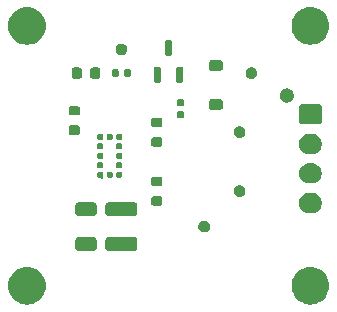
<source format=gts>
%TF.GenerationSoftware,KiCad,Pcbnew,8.0.2*%
%TF.CreationDate,2024-12-26T16:13:32-05:00*%
%TF.ProjectId,TOF Sensor,544f4620-5365-46e7-936f-722e6b696361,rev?*%
%TF.SameCoordinates,Original*%
%TF.FileFunction,Soldermask,Top*%
%TF.FilePolarity,Negative*%
%FSLAX46Y46*%
G04 Gerber Fmt 4.6, Leading zero omitted, Abs format (unit mm)*
G04 Created by KiCad (PCBNEW 8.0.2) date 2024-12-26 16:13:32*
%MOMM*%
%LPD*%
G01*
G04 APERTURE LIST*
G04 APERTURE END LIST*
G36*
X106250295Y-64419699D02*
G01*
X106494427Y-64478310D01*
X106726385Y-64574390D01*
X106940456Y-64705573D01*
X107131371Y-64868629D01*
X107294427Y-65059544D01*
X107425610Y-65273615D01*
X107521690Y-65505573D01*
X107580301Y-65749705D01*
X107600000Y-66000000D01*
X107580301Y-66250295D01*
X107521690Y-66494427D01*
X107425610Y-66726385D01*
X107294427Y-66940456D01*
X107131371Y-67131371D01*
X106940456Y-67294427D01*
X106726385Y-67425610D01*
X106494427Y-67521690D01*
X106250295Y-67580301D01*
X106000000Y-67600000D01*
X105749705Y-67580301D01*
X105505573Y-67521690D01*
X105273615Y-67425610D01*
X105059544Y-67294427D01*
X104868629Y-67131371D01*
X104705573Y-66940456D01*
X104574390Y-66726385D01*
X104478310Y-66494427D01*
X104419699Y-66250295D01*
X104400000Y-66000000D01*
X104419699Y-65749705D01*
X104478310Y-65505573D01*
X104574390Y-65273615D01*
X104705573Y-65059544D01*
X104868629Y-64868629D01*
X105059544Y-64705573D01*
X105273615Y-64574390D01*
X105505573Y-64478310D01*
X105749705Y-64419699D01*
X106000000Y-64400000D01*
X106250295Y-64419699D01*
G37*
G36*
X130250295Y-64419699D02*
G01*
X130494427Y-64478310D01*
X130726385Y-64574390D01*
X130940456Y-64705573D01*
X131131371Y-64868629D01*
X131294427Y-65059544D01*
X131425610Y-65273615D01*
X131521690Y-65505573D01*
X131580301Y-65749705D01*
X131600000Y-66000000D01*
X131580301Y-66250295D01*
X131521690Y-66494427D01*
X131425610Y-66726385D01*
X131294427Y-66940456D01*
X131131371Y-67131371D01*
X130940456Y-67294427D01*
X130726385Y-67425610D01*
X130494427Y-67521690D01*
X130250295Y-67580301D01*
X130000000Y-67600000D01*
X129749705Y-67580301D01*
X129505573Y-67521690D01*
X129273615Y-67425610D01*
X129059544Y-67294427D01*
X128868629Y-67131371D01*
X128705573Y-66940456D01*
X128574390Y-66726385D01*
X128478310Y-66494427D01*
X128419699Y-66250295D01*
X128400000Y-66000000D01*
X128419699Y-65749705D01*
X128478310Y-65505573D01*
X128574390Y-65273615D01*
X128705573Y-65059544D01*
X128868629Y-64868629D01*
X129059544Y-64705573D01*
X129273615Y-64574390D01*
X129505573Y-64478310D01*
X129749705Y-64419699D01*
X130000000Y-64400000D01*
X130250295Y-64419699D01*
G37*
G36*
X111654047Y-61900805D02*
G01*
X111705408Y-61906764D01*
X111722954Y-61914511D01*
X111745671Y-61919030D01*
X111769991Y-61935280D01*
X111790793Y-61944465D01*
X111805000Y-61958672D01*
X111826777Y-61973223D01*
X111841327Y-61994999D01*
X111855534Y-62009206D01*
X111864718Y-62030006D01*
X111880970Y-62054329D01*
X111885489Y-62077048D01*
X111893235Y-62094591D01*
X111899192Y-62145940D01*
X111900000Y-62150000D01*
X111900000Y-62800000D01*
X111899192Y-62804059D01*
X111893235Y-62855408D01*
X111885489Y-62872950D01*
X111880970Y-62895671D01*
X111864716Y-62919995D01*
X111855534Y-62940793D01*
X111841329Y-62954997D01*
X111826777Y-62976777D01*
X111804997Y-62991329D01*
X111790793Y-63005534D01*
X111769995Y-63014716D01*
X111745671Y-63030970D01*
X111722950Y-63035489D01*
X111705408Y-63043235D01*
X111654061Y-63049192D01*
X111650000Y-63050000D01*
X110350000Y-63050000D01*
X110345941Y-63049192D01*
X110294591Y-63043235D01*
X110277048Y-63035489D01*
X110254329Y-63030970D01*
X110230006Y-63014718D01*
X110209206Y-63005534D01*
X110194999Y-62991327D01*
X110173223Y-62976777D01*
X110158672Y-62955000D01*
X110144465Y-62940793D01*
X110135280Y-62919991D01*
X110119030Y-62895671D01*
X110114511Y-62872954D01*
X110106764Y-62855408D01*
X110100805Y-62804049D01*
X110100000Y-62800000D01*
X110100000Y-62150000D01*
X110100804Y-62145953D01*
X110106764Y-62094591D01*
X110114511Y-62077043D01*
X110119030Y-62054329D01*
X110135278Y-62030010D01*
X110144465Y-62009206D01*
X110158674Y-61994996D01*
X110173223Y-61973223D01*
X110194996Y-61958674D01*
X110209206Y-61944465D01*
X110230010Y-61935278D01*
X110254329Y-61919030D01*
X110277043Y-61914511D01*
X110294591Y-61906764D01*
X110345952Y-61900805D01*
X110350000Y-61900000D01*
X111650000Y-61900000D01*
X111654047Y-61900805D01*
G37*
G36*
X115104047Y-61900805D02*
G01*
X115155408Y-61906764D01*
X115172954Y-61914511D01*
X115195671Y-61919030D01*
X115219991Y-61935280D01*
X115240793Y-61944465D01*
X115255000Y-61958672D01*
X115276777Y-61973223D01*
X115291327Y-61994999D01*
X115305534Y-62009206D01*
X115314718Y-62030006D01*
X115330970Y-62054329D01*
X115335489Y-62077048D01*
X115343235Y-62094591D01*
X115349192Y-62145940D01*
X115350000Y-62150000D01*
X115350000Y-62800000D01*
X115349192Y-62804059D01*
X115343235Y-62855408D01*
X115335489Y-62872950D01*
X115330970Y-62895671D01*
X115314716Y-62919995D01*
X115305534Y-62940793D01*
X115291329Y-62954997D01*
X115276777Y-62976777D01*
X115254997Y-62991329D01*
X115240793Y-63005534D01*
X115219995Y-63014716D01*
X115195671Y-63030970D01*
X115172950Y-63035489D01*
X115155408Y-63043235D01*
X115104061Y-63049192D01*
X115100000Y-63050000D01*
X112900000Y-63050000D01*
X112895941Y-63049192D01*
X112844591Y-63043235D01*
X112827048Y-63035489D01*
X112804329Y-63030970D01*
X112780006Y-63014718D01*
X112759206Y-63005534D01*
X112744999Y-62991327D01*
X112723223Y-62976777D01*
X112708672Y-62955000D01*
X112694465Y-62940793D01*
X112685280Y-62919991D01*
X112669030Y-62895671D01*
X112664511Y-62872954D01*
X112656764Y-62855408D01*
X112650805Y-62804049D01*
X112650000Y-62800000D01*
X112650000Y-62150000D01*
X112650804Y-62145953D01*
X112656764Y-62094591D01*
X112664511Y-62077043D01*
X112669030Y-62054329D01*
X112685278Y-62030010D01*
X112694465Y-62009206D01*
X112708674Y-61994996D01*
X112723223Y-61973223D01*
X112744996Y-61958674D01*
X112759206Y-61944465D01*
X112780010Y-61935278D01*
X112804329Y-61919030D01*
X112827043Y-61914511D01*
X112844591Y-61906764D01*
X112895952Y-61900805D01*
X112900000Y-61900000D01*
X115100000Y-61900000D01*
X115104047Y-61900805D01*
G37*
G36*
X121035381Y-60505089D02*
G01*
X121071157Y-60505089D01*
X121100235Y-60513627D01*
X121129296Y-60517453D01*
X121168332Y-60533622D01*
X121207708Y-60545184D01*
X121228491Y-60558540D01*
X121249783Y-60567360D01*
X121288798Y-60597297D01*
X121327430Y-60622125D01*
X121339883Y-60636497D01*
X121353249Y-60646753D01*
X121387899Y-60691910D01*
X121420627Y-60729680D01*
X121426134Y-60741738D01*
X121432638Y-60750215D01*
X121458322Y-60812222D01*
X121479746Y-60859134D01*
X121480805Y-60866500D01*
X121482546Y-60870703D01*
X121494880Y-60964390D01*
X121500000Y-61000000D01*
X121494879Y-61035612D01*
X121482546Y-61129296D01*
X121480805Y-61133498D01*
X121479746Y-61140866D01*
X121458321Y-61187780D01*
X121432639Y-61249783D01*
X121426134Y-61258259D01*
X121420627Y-61270320D01*
X121387887Y-61308103D01*
X121353247Y-61353247D01*
X121339887Y-61363498D01*
X121327430Y-61377875D01*
X121288788Y-61402708D01*
X121249783Y-61432639D01*
X121228496Y-61441456D01*
X121207708Y-61454816D01*
X121168323Y-61466380D01*
X121129296Y-61482546D01*
X121100241Y-61486371D01*
X121071157Y-61494911D01*
X121035374Y-61494911D01*
X121000000Y-61499568D01*
X120964626Y-61494911D01*
X120928843Y-61494911D01*
X120899759Y-61486371D01*
X120870703Y-61482546D01*
X120831672Y-61466379D01*
X120792292Y-61454816D01*
X120771505Y-61441457D01*
X120750216Y-61432639D01*
X120711204Y-61402704D01*
X120672570Y-61377875D01*
X120660114Y-61363500D01*
X120646752Y-61353247D01*
X120612103Y-61308093D01*
X120579373Y-61270320D01*
X120573866Y-61258262D01*
X120567360Y-61249783D01*
X120541668Y-61187757D01*
X120520254Y-61140866D01*
X120519195Y-61133502D01*
X120517453Y-61129296D01*
X120505108Y-61035529D01*
X120500000Y-61000000D01*
X120505108Y-60964473D01*
X120517453Y-60870703D01*
X120519195Y-60866496D01*
X120520254Y-60859134D01*
X120541666Y-60812245D01*
X120567361Y-60750215D01*
X120573867Y-60741735D01*
X120579373Y-60729680D01*
X120612089Y-60691923D01*
X120646751Y-60646751D01*
X120660120Y-60636491D01*
X120672570Y-60622125D01*
X120711192Y-60597303D01*
X120750215Y-60567361D01*
X120771508Y-60558541D01*
X120792292Y-60545184D01*
X120831665Y-60533622D01*
X120870703Y-60517453D01*
X120899765Y-60513626D01*
X120928843Y-60505089D01*
X120964618Y-60505089D01*
X121000000Y-60500431D01*
X121035381Y-60505089D01*
G37*
G36*
X111654047Y-58950805D02*
G01*
X111705408Y-58956764D01*
X111722954Y-58964511D01*
X111745671Y-58969030D01*
X111769991Y-58985280D01*
X111790793Y-58994465D01*
X111805000Y-59008672D01*
X111826777Y-59023223D01*
X111841327Y-59044999D01*
X111855534Y-59059206D01*
X111864718Y-59080006D01*
X111880970Y-59104329D01*
X111885489Y-59127048D01*
X111893235Y-59144591D01*
X111899192Y-59195940D01*
X111900000Y-59200000D01*
X111900000Y-59850000D01*
X111899192Y-59854059D01*
X111893235Y-59905408D01*
X111885489Y-59922950D01*
X111880970Y-59945671D01*
X111864716Y-59969995D01*
X111855534Y-59990793D01*
X111841329Y-60004997D01*
X111826777Y-60026777D01*
X111804997Y-60041329D01*
X111790793Y-60055534D01*
X111769995Y-60064716D01*
X111745671Y-60080970D01*
X111722950Y-60085489D01*
X111705408Y-60093235D01*
X111654061Y-60099192D01*
X111650000Y-60100000D01*
X110350000Y-60100000D01*
X110345941Y-60099192D01*
X110294591Y-60093235D01*
X110277048Y-60085489D01*
X110254329Y-60080970D01*
X110230006Y-60064718D01*
X110209206Y-60055534D01*
X110194999Y-60041327D01*
X110173223Y-60026777D01*
X110158672Y-60005000D01*
X110144465Y-59990793D01*
X110135280Y-59969991D01*
X110119030Y-59945671D01*
X110114511Y-59922954D01*
X110106764Y-59905408D01*
X110100805Y-59854049D01*
X110100000Y-59850000D01*
X110100000Y-59200000D01*
X110100804Y-59195953D01*
X110106764Y-59144591D01*
X110114511Y-59127043D01*
X110119030Y-59104329D01*
X110135278Y-59080010D01*
X110144465Y-59059206D01*
X110158674Y-59044996D01*
X110173223Y-59023223D01*
X110194996Y-59008674D01*
X110209206Y-58994465D01*
X110230010Y-58985278D01*
X110254329Y-58969030D01*
X110277043Y-58964511D01*
X110294591Y-58956764D01*
X110345952Y-58950805D01*
X110350000Y-58950000D01*
X111650000Y-58950000D01*
X111654047Y-58950805D01*
G37*
G36*
X115104047Y-58950805D02*
G01*
X115155408Y-58956764D01*
X115172954Y-58964511D01*
X115195671Y-58969030D01*
X115219991Y-58985280D01*
X115240793Y-58994465D01*
X115255000Y-59008672D01*
X115276777Y-59023223D01*
X115291327Y-59044999D01*
X115305534Y-59059206D01*
X115314718Y-59080006D01*
X115330970Y-59104329D01*
X115335489Y-59127048D01*
X115343235Y-59144591D01*
X115349192Y-59195940D01*
X115350000Y-59200000D01*
X115350000Y-59850000D01*
X115349192Y-59854059D01*
X115343235Y-59905408D01*
X115335489Y-59922950D01*
X115330970Y-59945671D01*
X115314716Y-59969995D01*
X115305534Y-59990793D01*
X115291329Y-60004997D01*
X115276777Y-60026777D01*
X115254997Y-60041329D01*
X115240793Y-60055534D01*
X115219995Y-60064716D01*
X115195671Y-60080970D01*
X115172950Y-60085489D01*
X115155408Y-60093235D01*
X115104061Y-60099192D01*
X115100000Y-60100000D01*
X112900000Y-60100000D01*
X112895941Y-60099192D01*
X112844591Y-60093235D01*
X112827048Y-60085489D01*
X112804329Y-60080970D01*
X112780006Y-60064718D01*
X112759206Y-60055534D01*
X112744999Y-60041327D01*
X112723223Y-60026777D01*
X112708672Y-60005000D01*
X112694465Y-59990793D01*
X112685280Y-59969991D01*
X112669030Y-59945671D01*
X112664511Y-59922954D01*
X112656764Y-59905408D01*
X112650805Y-59854049D01*
X112650000Y-59850000D01*
X112650000Y-59200000D01*
X112650804Y-59195953D01*
X112656764Y-59144591D01*
X112664511Y-59127043D01*
X112669030Y-59104329D01*
X112685278Y-59080010D01*
X112694465Y-59059206D01*
X112708674Y-59044996D01*
X112723223Y-59023223D01*
X112744996Y-59008674D01*
X112759206Y-58994465D01*
X112780010Y-58985278D01*
X112804329Y-58969030D01*
X112827043Y-58964511D01*
X112844591Y-58956764D01*
X112895952Y-58950805D01*
X112900000Y-58950000D01*
X115100000Y-58950000D01*
X115104047Y-58950805D01*
G37*
G36*
X130208315Y-58154093D02*
G01*
X130371742Y-58186601D01*
X130525687Y-58250367D01*
X130664234Y-58342941D01*
X130782059Y-58460766D01*
X130874633Y-58599313D01*
X130938399Y-58753258D01*
X130970907Y-58916685D01*
X130970907Y-59083315D01*
X130938399Y-59246742D01*
X130874633Y-59400687D01*
X130782059Y-59539234D01*
X130664234Y-59657059D01*
X130525687Y-59749633D01*
X130371742Y-59813399D01*
X130208315Y-59845907D01*
X129875000Y-59850000D01*
X129791685Y-59845907D01*
X129628258Y-59813399D01*
X129474313Y-59749633D01*
X129335766Y-59657059D01*
X129217941Y-59539234D01*
X129125367Y-59400687D01*
X129061601Y-59246742D01*
X129029093Y-59083315D01*
X129029093Y-58916685D01*
X129061601Y-58753258D01*
X129125367Y-58599313D01*
X129217941Y-58460766D01*
X129335766Y-58342941D01*
X129474313Y-58250367D01*
X129628258Y-58186601D01*
X129791685Y-58154093D01*
X130125000Y-58150000D01*
X130208315Y-58154093D01*
G37*
G36*
X117351537Y-58440224D02*
G01*
X117416421Y-58483579D01*
X117459776Y-58548463D01*
X117475000Y-58625000D01*
X117475000Y-59025000D01*
X117459776Y-59101537D01*
X117416421Y-59166421D01*
X117351537Y-59209776D01*
X117275000Y-59225000D01*
X116725000Y-59225000D01*
X116648463Y-59209776D01*
X116583579Y-59166421D01*
X116540224Y-59101537D01*
X116525000Y-59025000D01*
X116525000Y-58625000D01*
X116540224Y-58548463D01*
X116583579Y-58483579D01*
X116648463Y-58440224D01*
X116725000Y-58425000D01*
X117275000Y-58425000D01*
X117351537Y-58440224D01*
G37*
G36*
X124035381Y-57505089D02*
G01*
X124071157Y-57505089D01*
X124100235Y-57513627D01*
X124129296Y-57517453D01*
X124168332Y-57533622D01*
X124207708Y-57545184D01*
X124228491Y-57558540D01*
X124249783Y-57567360D01*
X124288798Y-57597297D01*
X124327430Y-57622125D01*
X124339883Y-57636497D01*
X124353249Y-57646753D01*
X124387899Y-57691910D01*
X124420627Y-57729680D01*
X124426134Y-57741738D01*
X124432638Y-57750215D01*
X124458322Y-57812222D01*
X124479746Y-57859134D01*
X124480805Y-57866500D01*
X124482546Y-57870703D01*
X124494880Y-57964390D01*
X124500000Y-58000000D01*
X124494879Y-58035612D01*
X124482546Y-58129296D01*
X124480805Y-58133498D01*
X124479746Y-58140866D01*
X124458321Y-58187780D01*
X124432639Y-58249783D01*
X124426134Y-58258259D01*
X124420627Y-58270320D01*
X124387887Y-58308103D01*
X124353247Y-58353247D01*
X124339887Y-58363498D01*
X124327430Y-58377875D01*
X124288788Y-58402708D01*
X124249783Y-58432639D01*
X124228496Y-58441456D01*
X124207708Y-58454816D01*
X124168323Y-58466380D01*
X124129296Y-58482546D01*
X124100241Y-58486371D01*
X124071157Y-58494911D01*
X124035374Y-58494911D01*
X124000000Y-58499568D01*
X123964626Y-58494911D01*
X123928843Y-58494911D01*
X123899759Y-58486371D01*
X123870703Y-58482546D01*
X123831672Y-58466379D01*
X123792292Y-58454816D01*
X123771505Y-58441457D01*
X123750216Y-58432639D01*
X123711204Y-58402704D01*
X123672570Y-58377875D01*
X123660114Y-58363500D01*
X123646752Y-58353247D01*
X123612103Y-58308093D01*
X123579373Y-58270320D01*
X123573866Y-58258262D01*
X123567360Y-58249783D01*
X123541668Y-58187757D01*
X123520254Y-58140866D01*
X123519195Y-58133502D01*
X123517453Y-58129296D01*
X123505108Y-58035529D01*
X123500000Y-58000000D01*
X123505108Y-57964473D01*
X123517453Y-57870703D01*
X123519195Y-57866496D01*
X123520254Y-57859134D01*
X123541666Y-57812245D01*
X123567361Y-57750215D01*
X123573867Y-57741735D01*
X123579373Y-57729680D01*
X123612089Y-57691923D01*
X123646751Y-57646751D01*
X123660120Y-57636491D01*
X123672570Y-57622125D01*
X123711192Y-57597303D01*
X123750215Y-57567361D01*
X123771508Y-57558541D01*
X123792292Y-57545184D01*
X123831665Y-57533622D01*
X123870703Y-57517453D01*
X123899765Y-57513626D01*
X123928843Y-57505089D01*
X123964618Y-57505089D01*
X124000000Y-57500431D01*
X124035381Y-57505089D01*
G37*
G36*
X117351537Y-56790224D02*
G01*
X117416421Y-56833579D01*
X117459776Y-56898463D01*
X117475000Y-56975000D01*
X117475000Y-57375000D01*
X117459776Y-57451537D01*
X117416421Y-57516421D01*
X117351537Y-57559776D01*
X117275000Y-57575000D01*
X116725000Y-57575000D01*
X116648463Y-57559776D01*
X116583579Y-57516421D01*
X116540224Y-57451537D01*
X116525000Y-57375000D01*
X116525000Y-56975000D01*
X116540224Y-56898463D01*
X116583579Y-56833579D01*
X116648463Y-56790224D01*
X116725000Y-56775000D01*
X117275000Y-56775000D01*
X117351537Y-56790224D01*
G37*
G36*
X130208315Y-55654093D02*
G01*
X130371742Y-55686601D01*
X130525687Y-55750367D01*
X130664234Y-55842941D01*
X130782059Y-55960766D01*
X130874633Y-56099313D01*
X130938399Y-56253258D01*
X130970907Y-56416685D01*
X130970907Y-56583315D01*
X130938399Y-56746742D01*
X130874633Y-56900687D01*
X130782059Y-57039234D01*
X130664234Y-57157059D01*
X130525687Y-57249633D01*
X130371742Y-57313399D01*
X130208315Y-57345907D01*
X129875000Y-57350000D01*
X129791685Y-57345907D01*
X129628258Y-57313399D01*
X129474313Y-57249633D01*
X129335766Y-57157059D01*
X129217941Y-57039234D01*
X129125367Y-56900687D01*
X129061601Y-56746742D01*
X129029093Y-56583315D01*
X129029093Y-56416685D01*
X129061601Y-56253258D01*
X129125367Y-56099313D01*
X129217941Y-55960766D01*
X129335766Y-55842941D01*
X129474313Y-55750367D01*
X129628258Y-55686601D01*
X129791685Y-55654093D01*
X130125000Y-55650000D01*
X130208315Y-55654093D01*
G37*
G36*
X112372835Y-56359515D02*
G01*
X112413388Y-56386612D01*
X112440485Y-56427165D01*
X112450000Y-56475000D01*
X112450000Y-56612500D01*
X112450000Y-56867500D01*
X112445242Y-56891418D01*
X112431694Y-56911694D01*
X112411418Y-56925242D01*
X112387500Y-56930000D01*
X112262500Y-56930000D01*
X112238582Y-56925242D01*
X112218306Y-56911694D01*
X112204758Y-56891418D01*
X112200842Y-56871736D01*
X112174356Y-56850000D01*
X112075000Y-56850000D01*
X112027165Y-56840485D01*
X111986612Y-56813388D01*
X111959515Y-56772835D01*
X111950000Y-56725000D01*
X111950000Y-56475000D01*
X111959515Y-56427165D01*
X111986612Y-56386612D01*
X112027165Y-56359515D01*
X112075000Y-56350000D01*
X112325000Y-56350000D01*
X112372835Y-56359515D01*
G37*
G36*
X113172835Y-56359515D02*
G01*
X113213388Y-56386612D01*
X113240485Y-56427165D01*
X113250000Y-56475000D01*
X113250000Y-56725000D01*
X113240485Y-56772835D01*
X113213388Y-56813388D01*
X113172835Y-56840485D01*
X113125000Y-56850000D01*
X112875000Y-56850000D01*
X112827165Y-56840485D01*
X112786612Y-56813388D01*
X112759515Y-56772835D01*
X112750000Y-56725000D01*
X112750000Y-56475000D01*
X112759515Y-56427165D01*
X112786612Y-56386612D01*
X112827165Y-56359515D01*
X112875000Y-56350000D01*
X113125000Y-56350000D01*
X113172835Y-56359515D01*
G37*
G36*
X113972835Y-56359515D02*
G01*
X114013388Y-56386612D01*
X114040485Y-56427165D01*
X114050000Y-56475000D01*
X114050000Y-56725000D01*
X114040485Y-56772835D01*
X114013388Y-56813388D01*
X113972835Y-56840485D01*
X113925000Y-56850000D01*
X113675000Y-56850000D01*
X113627165Y-56840485D01*
X113586612Y-56813388D01*
X113559515Y-56772835D01*
X113550000Y-56725000D01*
X113550000Y-56475000D01*
X113559515Y-56427165D01*
X113586612Y-56386612D01*
X113627165Y-56359515D01*
X113675000Y-56350000D01*
X113925000Y-56350000D01*
X113972835Y-56359515D01*
G37*
G36*
X112372835Y-55559515D02*
G01*
X112413388Y-55586612D01*
X112440485Y-55627165D01*
X112450000Y-55675000D01*
X112450000Y-55925000D01*
X112440485Y-55972835D01*
X112413388Y-56013388D01*
X112372835Y-56040485D01*
X112325000Y-56050000D01*
X112075000Y-56050000D01*
X112027165Y-56040485D01*
X111986612Y-56013388D01*
X111959515Y-55972835D01*
X111950000Y-55925000D01*
X111950000Y-55675000D01*
X111959515Y-55627165D01*
X111986612Y-55586612D01*
X112027165Y-55559515D01*
X112075000Y-55550000D01*
X112325000Y-55550000D01*
X112372835Y-55559515D01*
G37*
G36*
X113972835Y-55559515D02*
G01*
X114013388Y-55586612D01*
X114040485Y-55627165D01*
X114050000Y-55675000D01*
X114050000Y-55925000D01*
X114040485Y-55972835D01*
X114013388Y-56013388D01*
X113972835Y-56040485D01*
X113925000Y-56050000D01*
X113675000Y-56050000D01*
X113627165Y-56040485D01*
X113586612Y-56013388D01*
X113559515Y-55972835D01*
X113550000Y-55925000D01*
X113550000Y-55675000D01*
X113559515Y-55627165D01*
X113586612Y-55586612D01*
X113627165Y-55559515D01*
X113675000Y-55550000D01*
X113925000Y-55550000D01*
X113972835Y-55559515D01*
G37*
G36*
X112372835Y-54759515D02*
G01*
X112413388Y-54786612D01*
X112440485Y-54827165D01*
X112450000Y-54875000D01*
X112450000Y-55125000D01*
X112440485Y-55172835D01*
X112413388Y-55213388D01*
X112372835Y-55240485D01*
X112325000Y-55250000D01*
X112075000Y-55250000D01*
X112027165Y-55240485D01*
X111986612Y-55213388D01*
X111959515Y-55172835D01*
X111950000Y-55125000D01*
X111950000Y-54875000D01*
X111959515Y-54827165D01*
X111986612Y-54786612D01*
X112027165Y-54759515D01*
X112075000Y-54750000D01*
X112325000Y-54750000D01*
X112372835Y-54759515D01*
G37*
G36*
X113972835Y-54759515D02*
G01*
X114013388Y-54786612D01*
X114040485Y-54827165D01*
X114050000Y-54875000D01*
X114050000Y-55125000D01*
X114040485Y-55172835D01*
X114013388Y-55213388D01*
X113972835Y-55240485D01*
X113925000Y-55250000D01*
X113675000Y-55250000D01*
X113627165Y-55240485D01*
X113586612Y-55213388D01*
X113559515Y-55172835D01*
X113550000Y-55125000D01*
X113550000Y-54875000D01*
X113559515Y-54827165D01*
X113586612Y-54786612D01*
X113627165Y-54759515D01*
X113675000Y-54750000D01*
X113925000Y-54750000D01*
X113972835Y-54759515D01*
G37*
G36*
X130208315Y-53154093D02*
G01*
X130371742Y-53186601D01*
X130525687Y-53250367D01*
X130664234Y-53342941D01*
X130782059Y-53460766D01*
X130874633Y-53599313D01*
X130938399Y-53753258D01*
X130970907Y-53916685D01*
X130970907Y-54083315D01*
X130938399Y-54246742D01*
X130874633Y-54400687D01*
X130782059Y-54539234D01*
X130664234Y-54657059D01*
X130525687Y-54749633D01*
X130371742Y-54813399D01*
X130208315Y-54845907D01*
X129875000Y-54850000D01*
X129791685Y-54845907D01*
X129628258Y-54813399D01*
X129474313Y-54749633D01*
X129335766Y-54657059D01*
X129217941Y-54539234D01*
X129125367Y-54400687D01*
X129061601Y-54246742D01*
X129029093Y-54083315D01*
X129029093Y-53916685D01*
X129061601Y-53753258D01*
X129125367Y-53599313D01*
X129217941Y-53460766D01*
X129335766Y-53342941D01*
X129474313Y-53250367D01*
X129628258Y-53186601D01*
X129791685Y-53154093D01*
X130125000Y-53150000D01*
X130208315Y-53154093D01*
G37*
G36*
X112372835Y-53959515D02*
G01*
X112413388Y-53986612D01*
X112440485Y-54027165D01*
X112450000Y-54075000D01*
X112450000Y-54325000D01*
X112440485Y-54372835D01*
X112413388Y-54413388D01*
X112372835Y-54440485D01*
X112325000Y-54450000D01*
X112075000Y-54450000D01*
X112027165Y-54440485D01*
X111986612Y-54413388D01*
X111959515Y-54372835D01*
X111950000Y-54325000D01*
X111950000Y-54075000D01*
X111959515Y-54027165D01*
X111986612Y-53986612D01*
X112027165Y-53959515D01*
X112075000Y-53950000D01*
X112325000Y-53950000D01*
X112372835Y-53959515D01*
G37*
G36*
X113972835Y-53959515D02*
G01*
X114013388Y-53986612D01*
X114040485Y-54027165D01*
X114050000Y-54075000D01*
X114050000Y-54325000D01*
X114040485Y-54372835D01*
X114013388Y-54413388D01*
X113972835Y-54440485D01*
X113925000Y-54450000D01*
X113675000Y-54450000D01*
X113627165Y-54440485D01*
X113586612Y-54413388D01*
X113559515Y-54372835D01*
X113550000Y-54325000D01*
X113550000Y-54075000D01*
X113559515Y-54027165D01*
X113586612Y-53986612D01*
X113627165Y-53959515D01*
X113675000Y-53950000D01*
X113925000Y-53950000D01*
X113972835Y-53959515D01*
G37*
G36*
X117351537Y-53440224D02*
G01*
X117416421Y-53483579D01*
X117459776Y-53548463D01*
X117475000Y-53625000D01*
X117475000Y-54025000D01*
X117459776Y-54101537D01*
X117416421Y-54166421D01*
X117351537Y-54209776D01*
X117275000Y-54225000D01*
X116725000Y-54225000D01*
X116648463Y-54209776D01*
X116583579Y-54166421D01*
X116540224Y-54101537D01*
X116525000Y-54025000D01*
X116525000Y-53625000D01*
X116540224Y-53548463D01*
X116583579Y-53483579D01*
X116648463Y-53440224D01*
X116725000Y-53425000D01*
X117275000Y-53425000D01*
X117351537Y-53440224D01*
G37*
G36*
X112372835Y-53159515D02*
G01*
X112413388Y-53186612D01*
X112440485Y-53227165D01*
X112450000Y-53275000D01*
X112450000Y-53525000D01*
X112440485Y-53572835D01*
X112413388Y-53613388D01*
X112372835Y-53640485D01*
X112325000Y-53650000D01*
X112075000Y-53650000D01*
X112027165Y-53640485D01*
X111986612Y-53613388D01*
X111959515Y-53572835D01*
X111950000Y-53525000D01*
X111950000Y-53275000D01*
X111959515Y-53227165D01*
X111986612Y-53186612D01*
X112027165Y-53159515D01*
X112075000Y-53150000D01*
X112325000Y-53150000D01*
X112372835Y-53159515D01*
G37*
G36*
X113172835Y-53159515D02*
G01*
X113213388Y-53186612D01*
X113240485Y-53227165D01*
X113250000Y-53275000D01*
X113250000Y-53525000D01*
X113240485Y-53572835D01*
X113213388Y-53613388D01*
X113172835Y-53640485D01*
X113125000Y-53650000D01*
X112875000Y-53650000D01*
X112827165Y-53640485D01*
X112786612Y-53613388D01*
X112759515Y-53572835D01*
X112750000Y-53525000D01*
X112750000Y-53275000D01*
X112759515Y-53227165D01*
X112786612Y-53186612D01*
X112827165Y-53159515D01*
X112875000Y-53150000D01*
X113125000Y-53150000D01*
X113172835Y-53159515D01*
G37*
G36*
X113972835Y-53159515D02*
G01*
X114013388Y-53186612D01*
X114040485Y-53227165D01*
X114050000Y-53275000D01*
X114050000Y-53525000D01*
X114040485Y-53572835D01*
X114013388Y-53613388D01*
X113972835Y-53640485D01*
X113925000Y-53650000D01*
X113675000Y-53650000D01*
X113627165Y-53640485D01*
X113586612Y-53613388D01*
X113559515Y-53572835D01*
X113550000Y-53525000D01*
X113550000Y-53275000D01*
X113559515Y-53227165D01*
X113586612Y-53186612D01*
X113627165Y-53159515D01*
X113675000Y-53150000D01*
X113925000Y-53150000D01*
X113972835Y-53159515D01*
G37*
G36*
X124035381Y-52505089D02*
G01*
X124071157Y-52505089D01*
X124100235Y-52513627D01*
X124129296Y-52517453D01*
X124168332Y-52533622D01*
X124207708Y-52545184D01*
X124228491Y-52558540D01*
X124249783Y-52567360D01*
X124288798Y-52597297D01*
X124327430Y-52622125D01*
X124339883Y-52636497D01*
X124353249Y-52646753D01*
X124387899Y-52691910D01*
X124420627Y-52729680D01*
X124426134Y-52741738D01*
X124432638Y-52750215D01*
X124458322Y-52812222D01*
X124479746Y-52859134D01*
X124480805Y-52866500D01*
X124482546Y-52870703D01*
X124494880Y-52964390D01*
X124500000Y-53000000D01*
X124494879Y-53035612D01*
X124482546Y-53129296D01*
X124480805Y-53133498D01*
X124479746Y-53140866D01*
X124458321Y-53187780D01*
X124432639Y-53249783D01*
X124426134Y-53258259D01*
X124420627Y-53270320D01*
X124387887Y-53308103D01*
X124353247Y-53353247D01*
X124339887Y-53363498D01*
X124327430Y-53377875D01*
X124288788Y-53402708D01*
X124249783Y-53432639D01*
X124228496Y-53441456D01*
X124207708Y-53454816D01*
X124168323Y-53466380D01*
X124129296Y-53482546D01*
X124100241Y-53486371D01*
X124071157Y-53494911D01*
X124035374Y-53494911D01*
X124000000Y-53499568D01*
X123964626Y-53494911D01*
X123928843Y-53494911D01*
X123899759Y-53486371D01*
X123870703Y-53482546D01*
X123831672Y-53466379D01*
X123792292Y-53454816D01*
X123771505Y-53441457D01*
X123750216Y-53432639D01*
X123711204Y-53402704D01*
X123672570Y-53377875D01*
X123660114Y-53363500D01*
X123646752Y-53353247D01*
X123612103Y-53308093D01*
X123579373Y-53270320D01*
X123573866Y-53258262D01*
X123567360Y-53249783D01*
X123541668Y-53187757D01*
X123520254Y-53140866D01*
X123519195Y-53133502D01*
X123517453Y-53129296D01*
X123505108Y-53035529D01*
X123500000Y-53000000D01*
X123505108Y-52964473D01*
X123517453Y-52870703D01*
X123519195Y-52866496D01*
X123520254Y-52859134D01*
X123541666Y-52812245D01*
X123567361Y-52750215D01*
X123573867Y-52741735D01*
X123579373Y-52729680D01*
X123612089Y-52691923D01*
X123646751Y-52646751D01*
X123660120Y-52636491D01*
X123672570Y-52622125D01*
X123711192Y-52597303D01*
X123750215Y-52567361D01*
X123771508Y-52558541D01*
X123792292Y-52545184D01*
X123831665Y-52533622D01*
X123870703Y-52517453D01*
X123899765Y-52513626D01*
X123928843Y-52505089D01*
X123964618Y-52505089D01*
X124000000Y-52500431D01*
X124035381Y-52505089D01*
G37*
G36*
X110351537Y-52440224D02*
G01*
X110416421Y-52483579D01*
X110459776Y-52548463D01*
X110475000Y-52625000D01*
X110475000Y-53025000D01*
X110459776Y-53101537D01*
X110416421Y-53166421D01*
X110351537Y-53209776D01*
X110275000Y-53225000D01*
X109725000Y-53225000D01*
X109648463Y-53209776D01*
X109583579Y-53166421D01*
X109540224Y-53101537D01*
X109525000Y-53025000D01*
X109525000Y-52625000D01*
X109540224Y-52548463D01*
X109583579Y-52483579D01*
X109648463Y-52440224D01*
X109725000Y-52425000D01*
X110275000Y-52425000D01*
X110351537Y-52440224D01*
G37*
G36*
X117351537Y-51790224D02*
G01*
X117416421Y-51833579D01*
X117459776Y-51898463D01*
X117475000Y-51975000D01*
X117475000Y-52375000D01*
X117459776Y-52451537D01*
X117416421Y-52516421D01*
X117351537Y-52559776D01*
X117275000Y-52575000D01*
X116725000Y-52575000D01*
X116648463Y-52559776D01*
X116583579Y-52516421D01*
X116540224Y-52451537D01*
X116525000Y-52375000D01*
X116525000Y-51975000D01*
X116540224Y-51898463D01*
X116583579Y-51833579D01*
X116648463Y-51790224D01*
X116725000Y-51775000D01*
X117275000Y-51775000D01*
X117351537Y-51790224D01*
G37*
G36*
X130729047Y-50650805D02*
G01*
X130780408Y-50656764D01*
X130797954Y-50664511D01*
X130820671Y-50669030D01*
X130844991Y-50685280D01*
X130865793Y-50694465D01*
X130880000Y-50708672D01*
X130901777Y-50723223D01*
X130916327Y-50744999D01*
X130930534Y-50759206D01*
X130939718Y-50780006D01*
X130955970Y-50804329D01*
X130960489Y-50827048D01*
X130968235Y-50844591D01*
X130974192Y-50895940D01*
X130975000Y-50900000D01*
X130975000Y-52100000D01*
X130974192Y-52104059D01*
X130968235Y-52155408D01*
X130960489Y-52172950D01*
X130955970Y-52195671D01*
X130939716Y-52219995D01*
X130930534Y-52240793D01*
X130916329Y-52254997D01*
X130901777Y-52276777D01*
X130879997Y-52291329D01*
X130865793Y-52305534D01*
X130844995Y-52314716D01*
X130820671Y-52330970D01*
X130797950Y-52335489D01*
X130780408Y-52343235D01*
X130729061Y-52349192D01*
X130725000Y-52350000D01*
X129275000Y-52350000D01*
X129270941Y-52349192D01*
X129219591Y-52343235D01*
X129202048Y-52335489D01*
X129179329Y-52330970D01*
X129155006Y-52314718D01*
X129134206Y-52305534D01*
X129119999Y-52291327D01*
X129098223Y-52276777D01*
X129083672Y-52255000D01*
X129069465Y-52240793D01*
X129060280Y-52219991D01*
X129044030Y-52195671D01*
X129039511Y-52172954D01*
X129031764Y-52155408D01*
X129025805Y-52104049D01*
X129025000Y-52100000D01*
X129025000Y-50900000D01*
X129025804Y-50895953D01*
X129031764Y-50844591D01*
X129039511Y-50827043D01*
X129044030Y-50804329D01*
X129060278Y-50780010D01*
X129069465Y-50759206D01*
X129083674Y-50744996D01*
X129098223Y-50723223D01*
X129119996Y-50708674D01*
X129134206Y-50694465D01*
X129155010Y-50685278D01*
X129179329Y-50669030D01*
X129202043Y-50664511D01*
X129219591Y-50656764D01*
X129270952Y-50650805D01*
X129275000Y-50650000D01*
X130725000Y-50650000D01*
X130729047Y-50650805D01*
G37*
G36*
X119236662Y-51250276D02*
G01*
X119280459Y-51279541D01*
X119309724Y-51323338D01*
X119320000Y-51375000D01*
X119320000Y-51645000D01*
X119309724Y-51696662D01*
X119280459Y-51740459D01*
X119236662Y-51769724D01*
X119185000Y-51780000D01*
X118815000Y-51780000D01*
X118763338Y-51769724D01*
X118719541Y-51740459D01*
X118690276Y-51696662D01*
X118680000Y-51645000D01*
X118680000Y-51375000D01*
X118690276Y-51323338D01*
X118719541Y-51279541D01*
X118763338Y-51250276D01*
X118815000Y-51240000D01*
X119185000Y-51240000D01*
X119236662Y-51250276D01*
G37*
G36*
X110351537Y-50790224D02*
G01*
X110416421Y-50833579D01*
X110459776Y-50898463D01*
X110475000Y-50975000D01*
X110475000Y-51375000D01*
X110459776Y-51451537D01*
X110416421Y-51516421D01*
X110351537Y-51559776D01*
X110275000Y-51575000D01*
X109725000Y-51575000D01*
X109648463Y-51559776D01*
X109583579Y-51516421D01*
X109540224Y-51451537D01*
X109525000Y-51375000D01*
X109525000Y-50975000D01*
X109540224Y-50898463D01*
X109583579Y-50833579D01*
X109648463Y-50790224D01*
X109725000Y-50775000D01*
X110275000Y-50775000D01*
X110351537Y-50790224D01*
G37*
G36*
X122461104Y-50217127D02*
G01*
X122534099Y-50265901D01*
X122582873Y-50338896D01*
X122600000Y-50425000D01*
X122600000Y-50875000D01*
X122582873Y-50961104D01*
X122534099Y-51034099D01*
X122461104Y-51082873D01*
X122375000Y-51100000D01*
X121625000Y-51100000D01*
X121538896Y-51082873D01*
X121465901Y-51034099D01*
X121417127Y-50961104D01*
X121400000Y-50875000D01*
X121400000Y-50425000D01*
X121417127Y-50338896D01*
X121465901Y-50265901D01*
X121538896Y-50217127D01*
X121625000Y-50200000D01*
X122375000Y-50200000D01*
X122461104Y-50217127D01*
G37*
G36*
X119236662Y-50230276D02*
G01*
X119280459Y-50259541D01*
X119309724Y-50303338D01*
X119320000Y-50355000D01*
X119320000Y-50625000D01*
X119309724Y-50676662D01*
X119280459Y-50720459D01*
X119236662Y-50749724D01*
X119185000Y-50760000D01*
X118815000Y-50760000D01*
X118763338Y-50749724D01*
X118719541Y-50720459D01*
X118690276Y-50676662D01*
X118680000Y-50625000D01*
X118680000Y-50355000D01*
X118690276Y-50303338D01*
X118719541Y-50259541D01*
X118763338Y-50230276D01*
X118815000Y-50220000D01*
X119185000Y-50220000D01*
X119236662Y-50230276D01*
G37*
G36*
X128035995Y-49304739D02*
G01*
X128072278Y-49304739D01*
X128113880Y-49314993D01*
X128155291Y-49320445D01*
X128183638Y-49332186D01*
X128212632Y-49339333D01*
X128256591Y-49362404D01*
X128300000Y-49380385D01*
X128319804Y-49395581D01*
X128340629Y-49406511D01*
X128383202Y-49444228D01*
X128424264Y-49475736D01*
X128435935Y-49490946D01*
X128448832Y-49502372D01*
X128485821Y-49555959D01*
X128519615Y-49600000D01*
X128524707Y-49612293D01*
X128530948Y-49621335D01*
X128558020Y-49692719D01*
X128579555Y-49744709D01*
X128580521Y-49752050D01*
X128582209Y-49756500D01*
X128595278Y-49864140D01*
X128600000Y-49900000D01*
X128595278Y-49935862D01*
X128582209Y-50043499D01*
X128580521Y-50047947D01*
X128579555Y-50055291D01*
X128558015Y-50107291D01*
X128530948Y-50178664D01*
X128524708Y-50187703D01*
X128519615Y-50200000D01*
X128485814Y-50244049D01*
X128448832Y-50297627D01*
X128435937Y-50309050D01*
X128424264Y-50324264D01*
X128383194Y-50355777D01*
X128340629Y-50393488D01*
X128319808Y-50404415D01*
X128300000Y-50419615D01*
X128256582Y-50437598D01*
X128212632Y-50460666D01*
X128183642Y-50467811D01*
X128155291Y-50479555D01*
X128113877Y-50485007D01*
X128072278Y-50495261D01*
X128035995Y-50495261D01*
X128000000Y-50500000D01*
X127964005Y-50495261D01*
X127927722Y-50495261D01*
X127886121Y-50485007D01*
X127844709Y-50479555D01*
X127816358Y-50467811D01*
X127787367Y-50460666D01*
X127743412Y-50437596D01*
X127700000Y-50419615D01*
X127680193Y-50404417D01*
X127659370Y-50393488D01*
X127616798Y-50355772D01*
X127575736Y-50324264D01*
X127564064Y-50309053D01*
X127551167Y-50297627D01*
X127514175Y-50244036D01*
X127480385Y-50200000D01*
X127475293Y-50187707D01*
X127469051Y-50178664D01*
X127441972Y-50107262D01*
X127420445Y-50055291D01*
X127419478Y-50047951D01*
X127417790Y-50043499D01*
X127404708Y-49935764D01*
X127400000Y-49900000D01*
X127404708Y-49864238D01*
X127417790Y-49756500D01*
X127419478Y-49752046D01*
X127420445Y-49744709D01*
X127441967Y-49692748D01*
X127469051Y-49621335D01*
X127475294Y-49612290D01*
X127480385Y-49600000D01*
X127514168Y-49555972D01*
X127551167Y-49502372D01*
X127564066Y-49490943D01*
X127575736Y-49475736D01*
X127616789Y-49444234D01*
X127659370Y-49406511D01*
X127680197Y-49395579D01*
X127700000Y-49380385D01*
X127743403Y-49362406D01*
X127787367Y-49339333D01*
X127816363Y-49332186D01*
X127844709Y-49320445D01*
X127886118Y-49314993D01*
X127927722Y-49304739D01*
X127964005Y-49304739D01*
X128000000Y-49300000D01*
X128035995Y-49304739D01*
G37*
G36*
X117257403Y-47486418D02*
G01*
X117306066Y-47518934D01*
X117338582Y-47567597D01*
X117350000Y-47625000D01*
X117350000Y-48650000D01*
X117338582Y-48707403D01*
X117306066Y-48756066D01*
X117257403Y-48788582D01*
X117200000Y-48800000D01*
X116900000Y-48800000D01*
X116842597Y-48788582D01*
X116793934Y-48756066D01*
X116761418Y-48707403D01*
X116750000Y-48650000D01*
X116750000Y-47625000D01*
X116761418Y-47567597D01*
X116793934Y-47518934D01*
X116842597Y-47486418D01*
X116900000Y-47475000D01*
X117200000Y-47475000D01*
X117257403Y-47486418D01*
G37*
G36*
X119157403Y-47486418D02*
G01*
X119206066Y-47518934D01*
X119238582Y-47567597D01*
X119250000Y-47625000D01*
X119250000Y-48650000D01*
X119238582Y-48707403D01*
X119206066Y-48756066D01*
X119157403Y-48788582D01*
X119100000Y-48800000D01*
X118800000Y-48800000D01*
X118742597Y-48788582D01*
X118693934Y-48756066D01*
X118661418Y-48707403D01*
X118650000Y-48650000D01*
X118650000Y-47625000D01*
X118661418Y-47567597D01*
X118693934Y-47518934D01*
X118742597Y-47486418D01*
X118800000Y-47475000D01*
X119100000Y-47475000D01*
X119157403Y-47486418D01*
G37*
G36*
X125035381Y-47505089D02*
G01*
X125071157Y-47505089D01*
X125100235Y-47513627D01*
X125129296Y-47517453D01*
X125168332Y-47533622D01*
X125207708Y-47545184D01*
X125228491Y-47558540D01*
X125249783Y-47567360D01*
X125288798Y-47597297D01*
X125327430Y-47622125D01*
X125339883Y-47636497D01*
X125353249Y-47646753D01*
X125387899Y-47691910D01*
X125420627Y-47729680D01*
X125426134Y-47741738D01*
X125432638Y-47750215D01*
X125458322Y-47812222D01*
X125479746Y-47859134D01*
X125480805Y-47866500D01*
X125482546Y-47870703D01*
X125494880Y-47964390D01*
X125500000Y-48000000D01*
X125494879Y-48035612D01*
X125482546Y-48129296D01*
X125480805Y-48133498D01*
X125479746Y-48140866D01*
X125458321Y-48187780D01*
X125432639Y-48249783D01*
X125426134Y-48258259D01*
X125420627Y-48270320D01*
X125387887Y-48308103D01*
X125353247Y-48353247D01*
X125339887Y-48363498D01*
X125327430Y-48377875D01*
X125288788Y-48402708D01*
X125249783Y-48432639D01*
X125228496Y-48441456D01*
X125207708Y-48454816D01*
X125168323Y-48466380D01*
X125129296Y-48482546D01*
X125100241Y-48486371D01*
X125071157Y-48494911D01*
X125035374Y-48494911D01*
X125000000Y-48499568D01*
X124964626Y-48494911D01*
X124928843Y-48494911D01*
X124899759Y-48486371D01*
X124870703Y-48482546D01*
X124831672Y-48466379D01*
X124792292Y-48454816D01*
X124771505Y-48441457D01*
X124750216Y-48432639D01*
X124711204Y-48402704D01*
X124672570Y-48377875D01*
X124660114Y-48363500D01*
X124646752Y-48353247D01*
X124612103Y-48308093D01*
X124579373Y-48270320D01*
X124573866Y-48258262D01*
X124567360Y-48249783D01*
X124541668Y-48187757D01*
X124520254Y-48140866D01*
X124519195Y-48133502D01*
X124517453Y-48129296D01*
X124505108Y-48035529D01*
X124500000Y-48000000D01*
X124505108Y-47964473D01*
X124517453Y-47870703D01*
X124519195Y-47866496D01*
X124520254Y-47859134D01*
X124541666Y-47812245D01*
X124567361Y-47750215D01*
X124573867Y-47741735D01*
X124579373Y-47729680D01*
X124612089Y-47691923D01*
X124646751Y-47646751D01*
X124660120Y-47636491D01*
X124672570Y-47622125D01*
X124711192Y-47597303D01*
X124750215Y-47567361D01*
X124771508Y-47558541D01*
X124792292Y-47545184D01*
X124831665Y-47533622D01*
X124870703Y-47517453D01*
X124899765Y-47513626D01*
X124928843Y-47505089D01*
X124964618Y-47505089D01*
X125000000Y-47500431D01*
X125035381Y-47505089D01*
G37*
G36*
X110514962Y-47541651D02*
G01*
X110585930Y-47589070D01*
X110633349Y-47660038D01*
X110650000Y-47743750D01*
X110650000Y-48256250D01*
X110633349Y-48339962D01*
X110585930Y-48410930D01*
X110514962Y-48458349D01*
X110431250Y-48475000D01*
X109993750Y-48475000D01*
X109910038Y-48458349D01*
X109839070Y-48410930D01*
X109791651Y-48339962D01*
X109775000Y-48256250D01*
X109775000Y-47743750D01*
X109791651Y-47660038D01*
X109839070Y-47589070D01*
X109910038Y-47541651D01*
X109993750Y-47525000D01*
X110431250Y-47525000D01*
X110514962Y-47541651D01*
G37*
G36*
X112089962Y-47541651D02*
G01*
X112160930Y-47589070D01*
X112208349Y-47660038D01*
X112225000Y-47743750D01*
X112225000Y-48256250D01*
X112208349Y-48339962D01*
X112160930Y-48410930D01*
X112089962Y-48458349D01*
X112006250Y-48475000D01*
X111568750Y-48475000D01*
X111485038Y-48458349D01*
X111414070Y-48410930D01*
X111366651Y-48339962D01*
X111350000Y-48256250D01*
X111350000Y-47743750D01*
X111366651Y-47660038D01*
X111414070Y-47589070D01*
X111485038Y-47541651D01*
X111568750Y-47525000D01*
X112006250Y-47525000D01*
X112089962Y-47541651D01*
G37*
G36*
X113676662Y-47690276D02*
G01*
X113720459Y-47719541D01*
X113749724Y-47763338D01*
X113760000Y-47815000D01*
X113760000Y-48185000D01*
X113749724Y-48236662D01*
X113720459Y-48280459D01*
X113676662Y-48309724D01*
X113625000Y-48320000D01*
X113355000Y-48320000D01*
X113303338Y-48309724D01*
X113259541Y-48280459D01*
X113230276Y-48236662D01*
X113220000Y-48185000D01*
X113220000Y-47815000D01*
X113230276Y-47763338D01*
X113259541Y-47719541D01*
X113303338Y-47690276D01*
X113355000Y-47680000D01*
X113625000Y-47680000D01*
X113676662Y-47690276D01*
G37*
G36*
X114696662Y-47690276D02*
G01*
X114740459Y-47719541D01*
X114769724Y-47763338D01*
X114780000Y-47815000D01*
X114780000Y-48185000D01*
X114769724Y-48236662D01*
X114740459Y-48280459D01*
X114696662Y-48309724D01*
X114645000Y-48320000D01*
X114375000Y-48320000D01*
X114323338Y-48309724D01*
X114279541Y-48280459D01*
X114250276Y-48236662D01*
X114240000Y-48185000D01*
X114240000Y-47815000D01*
X114250276Y-47763338D01*
X114279541Y-47719541D01*
X114323338Y-47690276D01*
X114375000Y-47680000D01*
X114645000Y-47680000D01*
X114696662Y-47690276D01*
G37*
G36*
X122461104Y-46917127D02*
G01*
X122534099Y-46965901D01*
X122582873Y-47038896D01*
X122600000Y-47125000D01*
X122600000Y-47575000D01*
X122582873Y-47661104D01*
X122534099Y-47734099D01*
X122461104Y-47782873D01*
X122375000Y-47800000D01*
X121625000Y-47800000D01*
X121538896Y-47782873D01*
X121465901Y-47734099D01*
X121417127Y-47661104D01*
X121400000Y-47575000D01*
X121400000Y-47125000D01*
X121417127Y-47038896D01*
X121465901Y-46965901D01*
X121538896Y-46917127D01*
X121625000Y-46900000D01*
X122375000Y-46900000D01*
X122461104Y-46917127D01*
G37*
G36*
X118207403Y-45211418D02*
G01*
X118256066Y-45243934D01*
X118288582Y-45292597D01*
X118300000Y-45350000D01*
X118300000Y-46375000D01*
X118288582Y-46432403D01*
X118256066Y-46481066D01*
X118207403Y-46513582D01*
X118150000Y-46525000D01*
X117850000Y-46525000D01*
X117792597Y-46513582D01*
X117743934Y-46481066D01*
X117711418Y-46432403D01*
X117700000Y-46375000D01*
X117700000Y-45350000D01*
X117711418Y-45292597D01*
X117743934Y-45243934D01*
X117792597Y-45211418D01*
X117850000Y-45200000D01*
X118150000Y-45200000D01*
X118207403Y-45211418D01*
G37*
G36*
X114035381Y-45505089D02*
G01*
X114071157Y-45505089D01*
X114100235Y-45513627D01*
X114129296Y-45517453D01*
X114168332Y-45533622D01*
X114207708Y-45545184D01*
X114228491Y-45558540D01*
X114249783Y-45567360D01*
X114288798Y-45597297D01*
X114327430Y-45622125D01*
X114339883Y-45636497D01*
X114353249Y-45646753D01*
X114387899Y-45691910D01*
X114420627Y-45729680D01*
X114426134Y-45741738D01*
X114432638Y-45750215D01*
X114458322Y-45812222D01*
X114479746Y-45859134D01*
X114480805Y-45866500D01*
X114482546Y-45870703D01*
X114494880Y-45964390D01*
X114500000Y-46000000D01*
X114494879Y-46035612D01*
X114482546Y-46129296D01*
X114480805Y-46133498D01*
X114479746Y-46140866D01*
X114458321Y-46187780D01*
X114432639Y-46249783D01*
X114426134Y-46258259D01*
X114420627Y-46270320D01*
X114387887Y-46308103D01*
X114353247Y-46353247D01*
X114339887Y-46363498D01*
X114327430Y-46377875D01*
X114288788Y-46402708D01*
X114249783Y-46432639D01*
X114228496Y-46441456D01*
X114207708Y-46454816D01*
X114168323Y-46466380D01*
X114129296Y-46482546D01*
X114100241Y-46486371D01*
X114071157Y-46494911D01*
X114035374Y-46494911D01*
X114000000Y-46499568D01*
X113964626Y-46494911D01*
X113928843Y-46494911D01*
X113899759Y-46486371D01*
X113870703Y-46482546D01*
X113831672Y-46466379D01*
X113792292Y-46454816D01*
X113771505Y-46441457D01*
X113750216Y-46432639D01*
X113711204Y-46402704D01*
X113672570Y-46377875D01*
X113660114Y-46363500D01*
X113646752Y-46353247D01*
X113612103Y-46308093D01*
X113579373Y-46270320D01*
X113573866Y-46258262D01*
X113567360Y-46249783D01*
X113541668Y-46187757D01*
X113520254Y-46140866D01*
X113519195Y-46133502D01*
X113517453Y-46129296D01*
X113505108Y-46035529D01*
X113500000Y-46000000D01*
X113505108Y-45964473D01*
X113517453Y-45870703D01*
X113519195Y-45866496D01*
X113520254Y-45859134D01*
X113541666Y-45812245D01*
X113567361Y-45750215D01*
X113573867Y-45741735D01*
X113579373Y-45729680D01*
X113612089Y-45691923D01*
X113646751Y-45646751D01*
X113660120Y-45636491D01*
X113672570Y-45622125D01*
X113711192Y-45597303D01*
X113750215Y-45567361D01*
X113771508Y-45558541D01*
X113792292Y-45545184D01*
X113831665Y-45533622D01*
X113870703Y-45517453D01*
X113899765Y-45513626D01*
X113928843Y-45505089D01*
X113964618Y-45505089D01*
X114000000Y-45500431D01*
X114035381Y-45505089D01*
G37*
G36*
X106250295Y-42419699D02*
G01*
X106494427Y-42478310D01*
X106726385Y-42574390D01*
X106940456Y-42705573D01*
X107131371Y-42868629D01*
X107294427Y-43059544D01*
X107425610Y-43273615D01*
X107521690Y-43505573D01*
X107580301Y-43749705D01*
X107600000Y-44000000D01*
X107580301Y-44250295D01*
X107521690Y-44494427D01*
X107425610Y-44726385D01*
X107294427Y-44940456D01*
X107131371Y-45131371D01*
X106940456Y-45294427D01*
X106726385Y-45425610D01*
X106494427Y-45521690D01*
X106250295Y-45580301D01*
X106000000Y-45600000D01*
X105749705Y-45580301D01*
X105505573Y-45521690D01*
X105273615Y-45425610D01*
X105059544Y-45294427D01*
X104868629Y-45131371D01*
X104705573Y-44940456D01*
X104574390Y-44726385D01*
X104478310Y-44494427D01*
X104419699Y-44250295D01*
X104400000Y-44000000D01*
X104419699Y-43749705D01*
X104478310Y-43505573D01*
X104574390Y-43273615D01*
X104705573Y-43059544D01*
X104868629Y-42868629D01*
X105059544Y-42705573D01*
X105273615Y-42574390D01*
X105505573Y-42478310D01*
X105749705Y-42419699D01*
X106000000Y-42400000D01*
X106250295Y-42419699D01*
G37*
G36*
X130250295Y-42419699D02*
G01*
X130494427Y-42478310D01*
X130726385Y-42574390D01*
X130940456Y-42705573D01*
X131131371Y-42868629D01*
X131294427Y-43059544D01*
X131425610Y-43273615D01*
X131521690Y-43505573D01*
X131580301Y-43749705D01*
X131600000Y-44000000D01*
X131580301Y-44250295D01*
X131521690Y-44494427D01*
X131425610Y-44726385D01*
X131294427Y-44940456D01*
X131131371Y-45131371D01*
X130940456Y-45294427D01*
X130726385Y-45425610D01*
X130494427Y-45521690D01*
X130250295Y-45580301D01*
X130000000Y-45600000D01*
X129749705Y-45580301D01*
X129505573Y-45521690D01*
X129273615Y-45425610D01*
X129059544Y-45294427D01*
X128868629Y-45131371D01*
X128705573Y-44940456D01*
X128574390Y-44726385D01*
X128478310Y-44494427D01*
X128419699Y-44250295D01*
X128400000Y-44000000D01*
X128419699Y-43749705D01*
X128478310Y-43505573D01*
X128574390Y-43273615D01*
X128705573Y-43059544D01*
X128868629Y-42868629D01*
X129059544Y-42705573D01*
X129273615Y-42574390D01*
X129505573Y-42478310D01*
X129749705Y-42419699D01*
X130000000Y-42400000D01*
X130250295Y-42419699D01*
G37*
M02*

</source>
